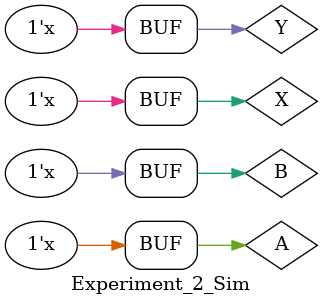
<source format=v>
`timescale 1ns / 1ps


module Experiment_2_Sim;

    // Inputs
    reg A;
    reg B;
    reg X;
    reg Y;

    // Output
    wire F;

    // Instantiate the Unit Under Test (UUT)
    Experiment_2 UUT (
        .A(A),
        .B(B),
        .X(X),
        .Y(Y),
        .F(F)
    );

    // Initialize inputs
    initial begin
        A = 1'b0;
        B = 1'b0;
        X = 1'b0;
        Y = 1'b0;
    end

    // Toggle inputs at different intervals
    always #5  A = ~A;
    always #10 B = ~B;
    always #20 X = ~X;
    always #40 Y = ~Y;

endmodule

</source>
